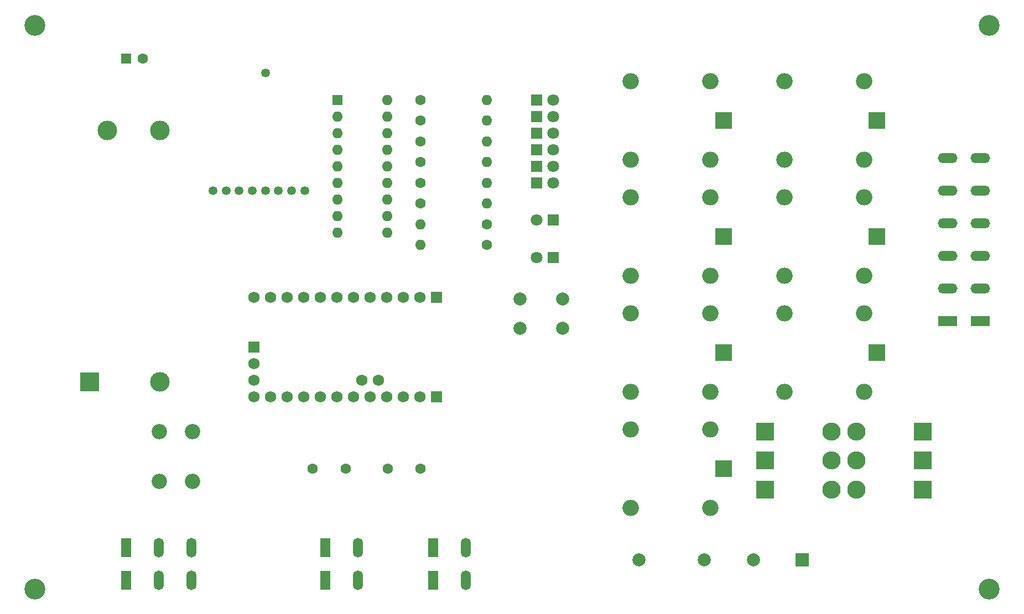
<source format=gbr>
%TF.GenerationSoftware,KiCad,Pcbnew,(5.1.9)-1*%
%TF.CreationDate,2021-04-04T13:29:14+02:00*%
%TF.ProjectId,Rollosteuerung,526f6c6c-6f73-4746-9575-6572756e672e,1.0*%
%TF.SameCoordinates,Original*%
%TF.FileFunction,Soldermask,Bot*%
%TF.FilePolarity,Negative*%
%FSLAX46Y46*%
G04 Gerber Fmt 4.6, Leading zero omitted, Abs format (unit mm)*
G04 Created by KiCad (PCBNEW (5.1.9)-1) date 2021-04-04 13:29:14*
%MOMM*%
%LPD*%
G01*
G04 APERTURE LIST*
%ADD10O,2.500000X2.500000*%
%ADD11R,2.500000X2.500000*%
%ADD12C,1.600000*%
%ADD13O,1.600000X1.600000*%
%ADD14C,1.727200*%
%ADD15R,1.727200X1.727200*%
%ADD16R,1.800000X1.800000*%
%ADD17C,1.800000*%
%ADD18R,1.600000X1.600000*%
%ADD19O,2.800000X2.800000*%
%ADD20R,2.800000X2.800000*%
%ADD21C,1.350000*%
%ADD22O,3.000000X1.500000*%
%ADD23R,3.000000X1.500000*%
%ADD24C,2.000000*%
%ADD25C,2.350000*%
%ADD26O,1.500000X3.000000*%
%ADD27R,1.500000X3.000000*%
%ADD28R,2.000000X2.000000*%
%ADD29R,3.000000X3.000000*%
%ADD30C,3.000000*%
%ADD31C,3.200000*%
G04 APERTURE END LIST*
D10*
%TO.C,RLY5*%
X207550000Y-91725000D03*
X195350000Y-91725000D03*
X195350000Y-79725000D03*
X207550000Y-79725000D03*
D11*
X209550000Y-85725000D03*
%TD*%
D10*
%TO.C,RLY4*%
X231045000Y-73945000D03*
X218845000Y-73945000D03*
X218845000Y-61945000D03*
X231045000Y-61945000D03*
D11*
X233045000Y-67945000D03*
%TD*%
D12*
%TO.C,R6*%
X163195000Y-62865000D03*
D13*
X173355000Y-62865000D03*
%TD*%
D14*
%TO.C,X1*%
X137668000Y-92456000D03*
X137668000Y-89916000D03*
X137668000Y-87376000D03*
D15*
X137668000Y-84836000D03*
D14*
X140208000Y-92456000D03*
X145288000Y-92456000D03*
X142748000Y-92456000D03*
X152908000Y-92456000D03*
X155448000Y-92456000D03*
X150368000Y-92456000D03*
X147828000Y-92456000D03*
X157988000Y-92456000D03*
X160528000Y-92456000D03*
D15*
X165608000Y-92456000D03*
D14*
X163068000Y-92456000D03*
X163068000Y-77216000D03*
D15*
X165608000Y-77216000D03*
D14*
X160528000Y-77216000D03*
X157988000Y-77216000D03*
X147828000Y-77216000D03*
X150368000Y-77216000D03*
X155448000Y-77216000D03*
X152908000Y-77216000D03*
X142748000Y-77216000D03*
X145288000Y-77216000D03*
X140208000Y-77216000D03*
X137668000Y-77216000D03*
X156718000Y-89916000D03*
X154178000Y-89916000D03*
%TD*%
D12*
%TO.C,C3*%
X146685000Y-103505000D03*
X151685000Y-103505000D03*
%TD*%
%TO.C,C1*%
X163195000Y-103505000D03*
X158195000Y-103505000D03*
%TD*%
D16*
%TO.C,D8*%
X183515000Y-71120000D03*
D17*
X180975000Y-71120000D03*
%TD*%
D16*
%TO.C,D7*%
X183515000Y-65405000D03*
D17*
X180975000Y-65405000D03*
%TD*%
D13*
%TO.C,R5*%
X173355000Y-59690000D03*
D12*
X163195000Y-59690000D03*
%TD*%
D13*
%TO.C,R2*%
X173355000Y-50165000D03*
D12*
X163195000Y-50165000D03*
%TD*%
D13*
%TO.C,U2*%
X158115000Y-46990000D03*
X150495000Y-67310000D03*
X158115000Y-49530000D03*
X150495000Y-64770000D03*
X158115000Y-52070000D03*
X150495000Y-62230000D03*
X158115000Y-54610000D03*
X150495000Y-59690000D03*
X158115000Y-57150000D03*
X150495000Y-57150000D03*
X158115000Y-59690000D03*
X150495000Y-54610000D03*
X158115000Y-62230000D03*
X150495000Y-52070000D03*
X158115000Y-64770000D03*
X150495000Y-49530000D03*
X158115000Y-67310000D03*
D18*
X150495000Y-46990000D03*
%TD*%
D10*
%TO.C,RLY7*%
X207550000Y-109505000D03*
X195350000Y-109505000D03*
X195350000Y-97505000D03*
X207550000Y-97505000D03*
D11*
X209550000Y-103505000D03*
%TD*%
D10*
%TO.C,RLY6*%
X231045000Y-91725000D03*
X218845000Y-91725000D03*
X218845000Y-79725000D03*
X231045000Y-79725000D03*
D11*
X233045000Y-85725000D03*
%TD*%
D10*
%TO.C,RLY3*%
X207550000Y-73945000D03*
X195350000Y-73945000D03*
X195350000Y-61945000D03*
X207550000Y-61945000D03*
D11*
X209550000Y-67945000D03*
%TD*%
D10*
%TO.C,RLY2*%
X231045000Y-56165000D03*
X218845000Y-56165000D03*
X218845000Y-44165000D03*
X231045000Y-44165000D03*
D11*
X233045000Y-50165000D03*
%TD*%
D10*
%TO.C,RLY1*%
X207550000Y-56165000D03*
X195350000Y-56165000D03*
X195350000Y-44165000D03*
X207550000Y-44165000D03*
D11*
X209550000Y-50165000D03*
%TD*%
D19*
%TO.C,D15*%
X229870000Y-97790000D03*
D20*
X240030000Y-97790000D03*
%TD*%
D19*
%TO.C,D14*%
X229870000Y-102235000D03*
D20*
X240030000Y-102235000D03*
%TD*%
D19*
%TO.C,D13*%
X229870000Y-106680000D03*
D20*
X240030000Y-106680000D03*
%TD*%
D19*
%TO.C,D12*%
X226060000Y-106680000D03*
D20*
X215900000Y-106680000D03*
%TD*%
D19*
%TO.C,D11*%
X226060000Y-102235000D03*
D20*
X215900000Y-102235000D03*
%TD*%
D19*
%TO.C,D10*%
X226060000Y-97790000D03*
D20*
X215900000Y-97790000D03*
%TD*%
D21*
%TO.C,AE1*%
X139463000Y-42884000D03*
%TD*%
D22*
%TO.C,J4*%
X248840000Y-55899000D03*
X243840000Y-55899000D03*
X248840000Y-60899000D03*
X243840000Y-60899000D03*
X248840000Y-65899000D03*
X243840000Y-65899000D03*
X248840000Y-70899000D03*
X243840000Y-70899000D03*
X248840000Y-75899000D03*
X243840000Y-75899000D03*
D23*
X248840000Y-80899000D03*
X243840000Y-80899000D03*
%TD*%
D24*
%TO.C,SW1*%
X184935000Y-77470000D03*
X184935000Y-81970000D03*
X178435000Y-77470000D03*
X178435000Y-81970000D03*
%TD*%
D25*
%TO.C,F1*%
X123190000Y-97790000D03*
X123190000Y-105410000D03*
X128270000Y-105410000D03*
X128270000Y-97790000D03*
%TD*%
D21*
%TO.C,U1*%
X143421000Y-60873000D03*
X141421000Y-60873000D03*
X139421000Y-60873000D03*
X137421000Y-60873000D03*
X135421000Y-60873000D03*
X133421000Y-60873000D03*
X131421000Y-60873000D03*
X145421000Y-60873000D03*
%TD*%
D26*
%TO.C,J2*%
X153590000Y-120570000D03*
X153590000Y-115570000D03*
D27*
X148590000Y-120570000D03*
X148590000Y-115570000D03*
%TD*%
D26*
%TO.C,J1*%
X128110000Y-120570000D03*
X128110000Y-115570000D03*
X123110000Y-120570000D03*
X123110000Y-115570000D03*
D27*
X118110000Y-120570000D03*
X118110000Y-115570000D03*
%TD*%
D26*
%TO.C,J3*%
X170100000Y-120570000D03*
X170100000Y-115570000D03*
D27*
X165100000Y-120570000D03*
X165100000Y-115570000D03*
%TD*%
D12*
%TO.C,C2*%
X120610000Y-40640000D03*
D18*
X118110000Y-40640000D03*
%TD*%
D28*
%TO.C,D9*%
X221615000Y-117475000D03*
D24*
X214115000Y-117475000D03*
X206615000Y-117475000D03*
X196615000Y-117475000D03*
%TD*%
D16*
%TO.C,D6*%
X180975000Y-59690000D03*
D17*
X183515000Y-59690000D03*
%TD*%
%TO.C,D5*%
X183515000Y-57150000D03*
D16*
X180975000Y-57150000D03*
%TD*%
D17*
%TO.C,D4*%
X183515000Y-54610000D03*
D16*
X180975000Y-54610000D03*
%TD*%
D17*
%TO.C,D3*%
X183515000Y-52070000D03*
D16*
X180975000Y-52070000D03*
%TD*%
D17*
%TO.C,D2*%
X183515000Y-49530000D03*
D16*
X180975000Y-49530000D03*
%TD*%
D17*
%TO.C,D1*%
X183515000Y-46990000D03*
D16*
X180975000Y-46990000D03*
%TD*%
D29*
%TO.C,PS1*%
X112522000Y-90170000D03*
D30*
X115272000Y-51670000D03*
X123272000Y-90170000D03*
X123272000Y-51670000D03*
%TD*%
D31*
%TO.C,H1*%
X104140000Y-35560000D03*
%TD*%
%TO.C,H2*%
X104140000Y-121920000D03*
%TD*%
%TO.C,H3*%
X250190000Y-35560000D03*
%TD*%
%TO.C,H4*%
X250190000Y-121920000D03*
%TD*%
D12*
%TO.C,R1*%
X163195000Y-46990000D03*
D13*
X173355000Y-46990000D03*
%TD*%
%TO.C,R3*%
X173355000Y-53340000D03*
D12*
X163195000Y-53340000D03*
%TD*%
%TO.C,R4*%
X163195000Y-56515000D03*
D13*
X173355000Y-56515000D03*
%TD*%
D12*
%TO.C,R7*%
X173355000Y-66040000D03*
D13*
X163195000Y-66040000D03*
%TD*%
D12*
%TO.C,R8*%
X173355000Y-69215000D03*
D13*
X163195000Y-69215000D03*
%TD*%
M02*

</source>
